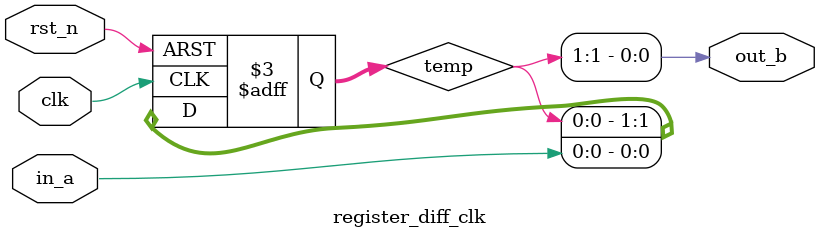
<source format=v>
module register_diff_clk(
			input clk,		
			input rst_n,	
			input in_a,
			output out_b	
		);
	
reg[1:0] temp;

always @(posedge clk or negedge rst_n)	
	if(!rst_n) temp <= 2'b00;
	else temp <= {temp[0],in_a};

assign out_b = temp[1];	

endmodule


</source>
